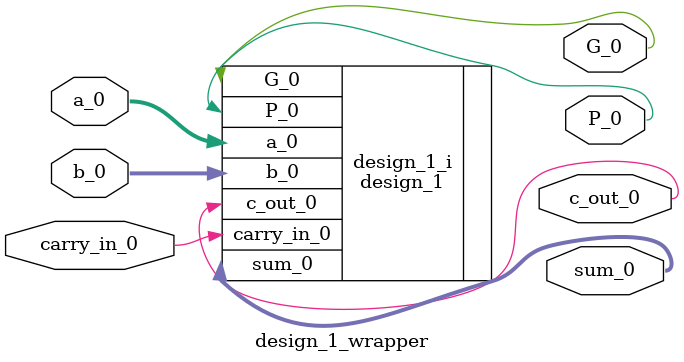
<source format=v>
`timescale 1 ps / 1 ps

module design_1_wrapper
   (G_0,
    P_0,
    a_0,
    b_0,
    c_out_0,
    carry_in_0,
    sum_0);
  output G_0;
  output P_0;
  input [15:0]a_0;
  input [15:0]b_0;
  output c_out_0;
  input carry_in_0;
  output [15:0]sum_0;

  wire G_0;
  wire P_0;
  wire [15:0]a_0;
  wire [15:0]b_0;
  wire c_out_0;
  wire carry_in_0;
  wire [15:0]sum_0;

  design_1 design_1_i
       (.G_0(G_0),
        .P_0(P_0),
        .a_0(a_0),
        .b_0(b_0),
        .c_out_0(c_out_0),
        .carry_in_0(carry_in_0),
        .sum_0(sum_0));
endmodule

</source>
